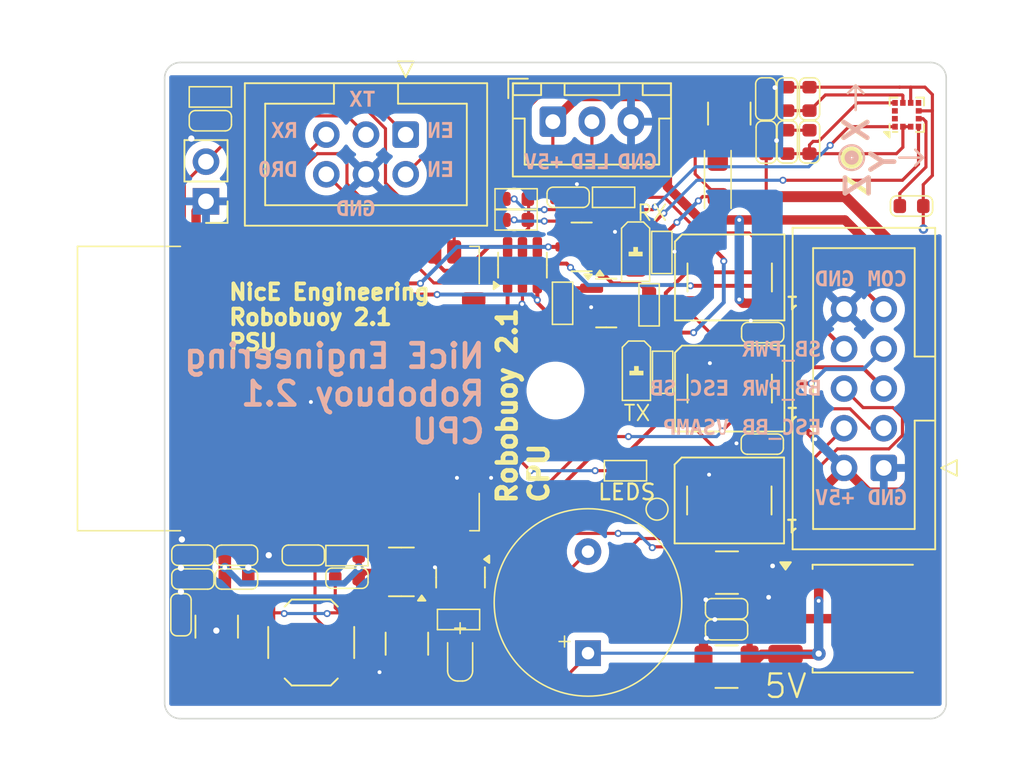
<source format=kicad_pcb>
(kicad_pcb (version 20241229) (generator "pcbnew") (generator_version "9.0")
  (title_block (title "Bottom V2.0 Round") (date "2025-03-14") (rev "2.0") (company "NicE Engineering"))
  (layers (0 "F.Cu" signal) (4 "In1.Cu" signal) (6 "In2.Cu" signal) (2 "B.Cu" signal) (13 "F.Paste" user) (15 "B.Paste" user) (5 "F.SilkS" user "F.Silkscreen") (7 "B.SilkS" user "B.Silkscreen") (1 "F.Mask" user) (3 "B.Mask" user) (25 "Edge.Cuts" user))
  (net 0 "")
  (net 1 "GND")
  (net 2 "VSAMP")
  (net 3 "+5V")
  (net 4 "COMM")
  (net 5 "ESC_SB_PWR")
  (net 6 "ESC_BB_PWR")
  (net 7 "ESC_BB")
  (net 8 "ESC_SB")
  (net 9 "ON")
  (net 10 "+3.3V")
  (net 11 "EN")
  (net 12 "SWITCH")
  (net 13 "LEDS")
  (net 14 "TX")
  (net 15 "RX")
  (net 16 "DR0")
  (net 17 "BUZZER")
  (net 18 "Net-(Q101-G)")
  (net 19 "Net-(J103-Pin_2)")
  (net 20 "Net-(U102-VDD)")
  (net 21 "Net-(U102-C1)")
  (net 22 "Net-(U101-SDA{slash}GPIO21)")
  (net 23 "Net-(D103-DOUT)")
  (net 24 "Net-(D102-DOUT)")
  (net 25 "Net-(U101-SCL{slash}GPIO22)")
  (net 29 "Net-(BZ101--)")
  (net 30 "Net-(D101-DIN)")
  (net 31 "Net-(D101-DOUT)")
  (net 46 "Net-(D105-A)")
  (net 47 "RX_SUB")
  (net 50 "TX_SUB")
  (net 51 "Net-(D108-A)")
  (net 52 "Net-(Q102-B)")
  (net 53 "Net-(Q117-B)")
  (footprint "Package_TO_SOT_SMD:SOT-23-6" (layer "F.Cu") (at 111.7018 60.3736 90)
    (property "Reference" "U105" (hide yes))
    (property "Value" "USBLC6-4SC6")
  )
  (footprint "A_Device:C_0603" (layer "F.Cu") (at 130.0642 49.731 -90)
    (property "Reference" "C124" (hide yes))
    (property "Value" "1n")
  )
  (footprint "A_Device:C_0603" (layer "F.Cu") (at 130.0642 52.4876 -90)
    (property "Reference" "C123" (hide yes))
    (property "Value" "1n")
  )
  (footprint "A_Device:C_0603" (layer "F.Cu") (at 100.475 80.4142)
    (property "Reference" "C112" (hide yes))
    (property "Value" "10n")
  )
  (footprint "A_Device:C_0603" (layer "F.Cu") (at 93.412 80.465)
    (property "Reference" "C107" (hide yes))
    (property "Value" "100n")
  )
  (footprint "A_Device:C_0603" (layer "F.Cu") (at 91.7356 51.128 180)
    (property "Reference" "C101" (hide yes))
    (property "Value" "100n")
  )
  (footprint "LED_SMD:LED_WS2812B_PLCC4_5.0x5.0mm_P3.2mm" (layer "F.Cu") (at 124.9588 68.273 180)
    (property "Reference" "D102" (hide yes))
    (property "Value" "WS2812B")
  )
  (footprint "A_Device:R_0603" (layer "F.Cu") (at 118.2924 73.5308 180)
    (property "Reference" "R106" (hide yes))
    (property "Value" "100")
  )
  (footprint "Package_TO_SOT_SMD:TO-252-3_TabPin2" (layer "F.Cu") (at 133.5712 83.0013)
    (property "Reference" "U104" (hide yes))
    (property "Value" "LM1117DT-3.3")
  )
  (footprint "Package_TO_SOT_SMD:SOT-23" (layer "F.Cu") (at 107.7394 80.3611 -90)
    (property "Reference" "Q101" (hide yes))
    (property "Value" "AO3400A")
  )
  (footprint "A_Device:C_0603" (layer "F.Cu") (at 127.0434 71.829 180)
    (property "Reference" "C109" (hide yes))
    (property "Value" "100n")
  )
  (footprint "MountingHole:MountingHole_3.2mm_M3" (layer "F.Cu") (at 113.81 68.4)
    (property "Reference" "H101" (hide yes))
    (property "Value" "MountingHole")
  )
  (footprint "A_Passive:LED_0805" (layer "F.Cu") (at 118.9408 59.51 -90)
    (property "Reference" "D105" (hide yes))
    (property "Value" "RX")
  )
  (footprint "A_Device:C_0603" (layer "F.Cu") (at 89.856 82.751 90)
    (property "Reference" "C108" (hide yes))
    (property "Value" "100n")
  )
  (footprint "A_Device:R_0603" (layer "F.Cu") (at 120.668 67.2316 90)
    (property "Reference" "R107" (hide yes))
    (property "Value" "10K")
  )
  (footprint "A_Device:R_0603" (layer "F.Cu") (at 114.2672 62.812 -90)
    (property "Reference" "R111" (hide yes))
    (property "Value" "10K")
  )
  (footprint "A_Device:C_0603" (layer "F.Cu") (at 97.681 78.941)
    (property "Reference" "C125" (hide yes))
    (property "Value" "1n")
  )
  (footprint "A_Device:D_SOD-323_1.8x1.4x1.15" (layer "F.Cu") (at 107.714 85.4434 90)
    (property "Reference" "D104" (hide yes))
    (property "Value" "1N4148WS")
  )
  (footprint "A_Device:C_0603" (layer "F.Cu") (at 128.6418 49.731 -90)
    (property "Reference" "C115" (hide yes))
    (property "Value" "10n")
  )
  (footprint "A_Device:C_0603" (layer "F.Cu") (at 127.0688 64.6916 180)
    (property "Reference" "C110" (hide yes))
    (property "Value" "100n")
  )
  (footprint "A_Device:R_0603" (layer "F.Cu") (at 107.6124 83.0558 180)
    (property "Reference" "R102" (hide yes))
    (property "Value" "100")
  )
  (footprint "A_Device:C_0603" (layer "F.Cu") (at 136.592 56.589)
    (property "Reference" "C116" (hide yes))
    (property "Value" "100n")
  )
  (footprint "A_Device:C_0603" (layer "F.Cu") (at 124.7574 82.3663 180)
    (property "Reference" "C120" (hide yes))
    (property "Value" "100n")
  )
  (footprint "A_Pads_Pins:Testpad_1" (layer "F.Cu") (at 120.3106 75.9946)
    (property "Reference" "TP101" (hide yes))
    (property "Value" "LEDS")
  )
  (footprint "Connector_IDC:IDC-Header_2x03_P2.54mm_Vertical" (layer "F.Cu") (at 104.2324 52.017 -90)
    (property "Reference" "J101" (hide yes))
    (property "Value" "Prog")
  )
  (footprint "A_Device:R_0603" (layer "F.Cu") (at 120.6172 59.5608 90)
    (property "Reference" "R110" (hide yes))
    (property "Value" "10K")
  )
  (footprint "LED_SMD:LED_WS2812B_PLCC4_5.0x5.0mm_P3.2mm" (layer "F.Cu") (at 124.9352 75.4358 180)
    (property "Reference" "D101" (hide yes))
    (property "Value" "WS2812B")
  )
  (footprint "A_Device:C_0603" (layer "F.Cu") (at 93.412 78.941)
    (property "Reference" "C103" (hide yes))
    (property "Value" "100n")
  )
  (footprint "A_Device:C_0603" (layer "F.Cu") (at 90.618 78.941 180)
    (property "Reference" "C102" (hide yes))
    (property "Value" "100n")
  )
  (footprint "A_Device:R_0603" (layer "F.Cu") (at 100.475 78.9664 180)
    (property "Reference" "R105" (hide yes))
    (property "Value" "10K")
  )
  (footprint "A_Passive:LED_0805" (layer "F.Cu") (at 118.9912 67.13 -90)
    (property "Reference" "D108" (hide yes))
    (property "Value" "TX")
  )
  (footprint "Connector_IDC:IDC-Header_2x05_P2.54mm_Vertical" (layer "F.Cu") (at 134.814 73.353 180)
    (property "Reference" "J108" (hide yes))
    (property "Value" "TO PSU")
  )
  (footprint "Capacitor_SMD:C_1210_3225Metric" (layer "F.Cu") (at 124.9334 50.6708 90)
    (property "Reference" "C114" (hide yes))
    (property "Value" "100u/10V")
  )
  (footprint "A_Device:C_0603" (layer "F.Cu") (at 90.618 80.465 180)
    (property "Reference" "C104" (hide yes))
    (property "Value" "100n")
  )
  (footprint "A_Device:R_0603" (layer "F.Cu") (at 117.5318 56.0302)
    (property "Reference" "R108" (hide yes))
    (property "Value" "100")
  )
  (footprint "A_Device:R_0603" (layer "F.Cu") (at 119.8044 62.9136 90)
    (property "Reference" "R109" (hide yes))
    (property "Value" "10K")
  )
  (footprint "A_Device:C_0603" (layer "F.Cu") (at 127.2702 49.731 90)
    (property "Reference" "C113" (hide yes))
    (property "Value" "100n")
  )
  (footprint "Package_TO_SOT_SMD:SOT-23" (layer "F.Cu") (at 115.4864 59.2052 180)
    (property "Reference" "Q102" (hide yes))
    (property "Value" "MMBT3904")
  )
  (footprint "A_Device:R_0603" (layer "F.Cu") (at 91.7356 49.604 180)
    (property "Reference" "R101" (hide yes))
    (property "Value" "10K")
  )
  (footprint "Connector_JST:JST_XH_B3B-XH-A_1x03_P2.50mm_Vertical" (layer "F.Cu") (at 113.645 51.1872)
    (property "Reference" "J103" (hide yes))
    (property "Value" "ESC_BB")
  )
  (footprint "A_Device:C_0603" (layer "F.Cu") (at 128.6418 52.4862 -90)
    (property "Reference" "C122" (hide yes))
    (property "Value" "10n")
  )
  (footprint "LED_SMD:LED_WS2812B_PLCC4_5.0x5.0mm_P3.2mm" (layer "F.Cu") (at 124.9588 61.161 180)
    (property "Reference" "D103" (hide yes))
    (property "Value" "WS2812B")
  )
  (footprint "A_Device:C_0603" (layer "F.Cu") (at 124.7574 83.7125 180)
    (property "Reference" "C118" (hide yes))
    (property "Value" "100n")
  )
  (footprint "A_Device:L_0805_(1.2)" (layer "F.Cu") (at 124.1968 54.8872 90)
    (property "Reference" "FB101" (hide yes))
    (property "Value" "0.3E 240E@100MHz")
  )
  (footprint "Capacitor_SMD:C_1210_3225Metric" (layer "F.Cu") (at 104.3086 84.6052 -90)
    (property "Reference" "C106" (hide yes))
    (property "Value" "100u/10V")
  )
  (footprint "A_Device:C_0603" (layer "F.Cu") (at 114.6228 56.0302)
    (property "Reference" "C111" (hide yes))
    (property "Value" "100n")
  )
  (footprint "Connector_PinHeader_2.54mm:PinHeader_1x02_P2.54mm_Vertical" (layer "F.Cu") (at 91.4562 56.2892 180)
    (property "Reference" "SW101" (hide yes))
    (property "Value" "~{RESET}")
  )
  (footprint "A_Device:C_0603" (layer "F.Cu") (at 127.2956 52.4996 90)
    (property "Reference" "C121" (hide yes))
    (property "Value" "100n")
  )
  (footprint "Button_Switch_SMD:SW_SPST_TL3342" (layer "F.Cu") (at 98.1872 84.529 180)
    (property "Reference" "SW102" (hide yes))
    (property "Value" "MODE")
  )
  (footprint "A_Device:R_0603" (layer "F.Cu") (at 111.2954 56.1318 180)
    (property "Reference" "R104" (hide yes))
    (property "Value" "2.2k")
  )
  (footprint "Capacitor_SMD:C_1210_3225Metric" (layer "F.Cu") (at 124.7828 80.0549 180)
    (property "Reference" "C119" (hide yes))
    (property "Value" "100u/10V")
  )
  (footprint "Capacitor_SMD:C_1210_3225Metric" (layer "F.Cu") (at 124.7574 86.0747 180)
    (property "Reference" "C117" (hide yes))
    (property "Value" "100u/10V")
  )
  (footprint "A_Device:R_0603" (layer "F.Cu") (at 111.2954 57.478 180)
    (property "Reference" "R103" (hide yes))
    (property "Value" "2.2k")
  )
  (footprint "Package_TO_SOT_SMD:SOT-23-6" (layer "F.Cu") (at 103.9548 80.0078 180)
    (property "Reference" "U103" (hide yes))
    (property "Value" "USBLC6-4SC6")
  )
  (footprint "A_Module:ESP32-WROOM-32" (layer "F.Cu") (at 96.079 68.273)
    (property "Reference" "U101" (hide yes))
    (property "Value" "ESP32-WROOM-32E_(visible_peripherals)")
  )
  (footprint "A_Misc:Buzzer-12x6.5x5.2" (layer "F.Cu") (at 115.8928 81.9636 90)
    (property "Reference" "BZ101" (hide yes))
    (property "Value" "Buzzer")
  )
  (footprint "Capacitor_SMD:C_1210_3225Metric" (layer "F.Cu") (at 92.142 83.513 -90)
    (property "Reference" "C105" (hide yes))
    (property "Value" "100u/10V")
  )
  (footprint "Package_LGA:LGA-12_2x2mm_P0.5mm" (layer "F.Cu") (at 136.2872 50.747 90)
    (property "Reference" "U102" (hide yes))
    (property "Value" "LSM303AGRTR")
  )
  (footprint "Package_TO_SOT_SMD:SOT-23" (layer "F.Cu") (at 117.0612 62.7979)
    (property "Reference" "Q117" (hide yes))
    (property "Value" "MMBT3904")
  )
  (gr_line (start 137.3336 53.4902) (end 136.8256 52.9822) (stroke (width 0.15)) (layer "F.SilkS"))
  (gr_line (start 133.0156 48.8674) (end 133.5236 49.3754) (stroke (width 0.15)) (layer "F.SilkS"))
  (gr_circle (center 132.7616 53.4902) (end 132.7616 53.2902) (stroke (width 0.5)) (fill no) (layer "F.SilkS"))
  (gr_line (start 133.0156 48.8674) (end 132.5076 49.3754) (stroke (width 0.15)) (layer "F.SilkS"))
  (gr_line (start 137.3336 53.4902) (end 136.8256 53.9982) (stroke (width 0.15)) (layer "F.SilkS"))
  (gr_line (start 133.0156 50.4422) (end 133.0156 48.9182) (stroke (width 0.15)) (layer "F.SilkS"))
  (gr_line (start 135.8096 53.4902) (end 137.3336 53.4902) (stroke (width 0.15)) (layer "F.SilkS"))
  (gr_line (start 133.0156 48.8674) (end 133.5236 49.3754) (stroke (width 0.15)) (layer "B.SilkS"))
  (gr_line (start 133.0156 50.4422) (end 133.0156 48.9182) (stroke (width 0.15)) (layer "B.SilkS"))
  (gr_circle (center 132.7616 53.4902) (end 132.5076 53.4902) (stroke (width 0.4)) (fill no) (layer "B.SilkS"))
  (gr_line (start 137.3336 53.4902) (end 136.8256 52.9822) (stroke (width 0.15)) (layer "B.SilkS"))
  (gr_line (start 133.0156 48.8674) (end 132.5076 49.3754) (stroke (width 0.15)) (layer "B.SilkS"))
  (gr_line (start 137.3336 53.4902) (end 136.8256 53.9982) (stroke (width 0.15)) (layer "B.SilkS"))
  (gr_line (start 135.8096 53.4902) (end 137.3336 53.4902) (stroke (width 0.15)) (layer "B.SilkS"))
  (gr_circle (center 132.7616 53.4902) (end 133.2696 54.097453) (stroke (width 0.15)) (fill no) (layer "B.SilkS"))
  (gr_line (start 88.81 48.4) (end 88.81 88.4) (stroke (width 0.1)) (layer "Edge.Cuts"))
  (gr_arc (start 137.81 47.4) (mid 138.517107 47.692893) (end 138.81 48.4) (stroke (width 0.1)) (layer "Edge.Cuts"))
  (gr_arc (start 89.81 89.4) (mid 89.102893 89.107107) (end 88.81 88.4) (stroke (width 0.1)) (layer "Edge.Cuts"))
  (gr_line (start 89.81 89.4) (end 137.81 89.4) (stroke (width 0.1)) (layer "Edge.Cuts"))
  (gr_arc (start 138.81 88.4) (mid 138.517107 89.107107) (end 137.81 89.4) (stroke (width 0.1)) (layer "Edge.Cuts"))
  (gr_line (start 138.81 88.4) (end 138.81 48.4) (stroke (width 0.1)) (layer "Edge.Cuts"))
  (gr_line (start 137.81 47.4) (end 89.81 47.4) (stroke (width 0.1)) (layer "Edge.Cuts"))
  (gr_arc (start 88.81 48.4) (mid 89.102893 47.692893) (end 89.81 47.4) (stroke (width 0.1)) (layer "Edge.Cuts"))
  (gr_text "Robobuoy 2.1" (at 111.4224 75.766 90) (layer "F.SilkS") (effects (font (size 1.2 1.2) (thickness 0.3) (bold yes)) (justify left bottom)))
  (gr_text "Y" (at 134.7904 53.7442 90) (layer "F.SilkS") (effects (font (size 1.5 1.5) (thickness 0.3) (bold yes))))
  (gr_text "TX" (at 118.0912 70.432 0) (layer "F.SilkS") (effects (font (size 1 1) (thickness 0.12)) (justify left bottom)))
  (gr_text "RX" (at 118.9408 57.61 0) (layer "F.SilkS") (effects (font (size 1 1) (thickness 0.12)) (justify left bottom)))
  (gr_text "NicE Engineering\nRobobuoy 2.1\nPSU" (at 92.81 65.9 0) (layer "F.SilkS") (effects (font (size 1 1) (thickness 0.25) (bold yes)) (justify left bottom)))
  (gr_text "CPU" (at 113.4544 75.7152 90) (layer "F.SilkS") (effects (font (size 1.2 1.2) (thickness 0.3) (bold yes)) (justify left bottom)))
  (gr_text "5V" (at 128.542 87.323 0) (layer "F.SilkS") (effects (font (size 1.5 1.5))))
  (gr_text "X" (at 132.9108 51.7122 270) (layer "F.SilkS") (effects (font (size 1.5 1.5) (thickness 0.3) (bold yes))))
  (gr_text "Z" (at 133.0124 55.2682 270) (layer "F.SilkS") (effects (font (size 1.5 1.5) (thickness 0.3) (bold yes))))
  (gr_text "GND" (at 120.31 54.4 0) (layer "B.SilkS") (effects (font (size 1 1) (thickness 0.25) (bold yes)) (justify left bottom mirror)))
  (gr_text "Y" (at 134.7936 53.7442 90) (layer "B.SilkS") (effects (font (size 1.5 1.5) (thickness 0.3) (bold yes)) (justify mirror)))
  (gr_text "COM GND\n" (at 136.31 61.9 0) (layer "B.SilkS") (effects (font (size 1 1) (thickness 0.25) (bold yes)) (justify left bottom mirror)))
  (gr_text "LED" (at 117.31 54.4 0) (layer "B.SilkS") (effects (font (size 1 1) (thickness 0.25) (bold yes)) (justify left bottom mirror)))
  (gr_text "TX" (at 102.31 50.4 0) (layer "B.SilkS") (effects (font (size 1 1) (thickness 0.25) (bold yes)) (justify left bottom mirror)))
  (gr_text "X" (at 132.9362 51.7122 270) (layer "B.SilkS") (effects (font (size 1.5 1.5) (thickness 0.3) (bold yes)) (justify mirror)))
  (gr_text "BB_PWR ESC_SB" (at 130.81 68.9 0) (layer "B.SilkS") (effects (font (size 1 1) (thickness 0.25) (bold yes)) (justify left bottom mirror)))
  (gr_text "SB_PWR\n" (at 130.81 66.4 0) (layer "B.SilkS") (effects (font (size 1 1) (thickness 0.25) (bold yes)) (justify left bottom mirror)))
  (gr_text "Z" (at 133.0156 55.2682 270) (layer "B.SilkS") (effects (font (size 1.5 1.5) (thickness 0.3) (bold yes)) (justify mirror)))
  (gr_text "EN" (at 107.31 52.4 0) (layer "B.SilkS") (effects (font (size 1 1) (thickness 0.25) (bold yes)) (justify left bottom mirror)))
  (gr_text "GND" (at 102.31 57.4 0) (layer "B.SilkS") (effects (font (size 1 1) (thickness 0.25) (bold yes)) (justify left bottom mirror)))
  (gr_text "GND +5V\n" (at 136.31 75.9 0) (layer "B.SilkS") (effects (font (size 1 1) (thickness 0.25) (bold yes)) (justify left bottom mirror)))
  (gr_text "NicE Engineering\nRobobuoy 2.1\nCPU" (at 109.4394 71.9 0) (layer "B.SilkS") (effects (font (size 1.5 1.5) (thickness 0.3) (bold yes)) (justify left bottom mirror)))
  (gr_text "ESC_BB VSAMP" (at 130.81 71.4 0) (layer "B.SilkS") (effects (font (size 1 1) (thickness 0.25) (bold yes)) (justify left bottom mirror)))
  (gr_text "DR0" (at 97.31 54.9 0) (layer "B.SilkS") (effects (font (size 1 1) (thickness 0.25) (bold yes)) (justify left bottom mirror)))
  (gr_text "EN" (at 107.31 54.9 0) (layer "B.SilkS") (effects (font (size 1 1) (thickness 0.25) (bold yes)) (justify left bottom mirror)))
  (gr_text "RX" (at 97.31 52.4 0) (layer "B.SilkS") (effects (font (size 1 1) (thickness 0.25) (bold yes)) (justify left bottom mirror)))
  (gr_text "+5V" (at 114.31 54.4 0) (layer "B.SilkS") (effects (font (size 1 1) (thickness 0.25) (bold yes)) (justify left bottom mirror)))
  (segment (start 90.9856 51.128) (end 90.9856 51.8036) (width 0.2) (layer "F.Cu") (net 1))
  (segment (start 136.5412 48.981) (end 135.83 48.981) (width 0.2) (layer "F.Cu") (net 1))
  (segment (start 136.5372 48.985) (end 136.5412 48.981) (width 0.2) (layer "F.Cu") (net 1))
  (segment (start 123.3078 80.0549) (end 123.3078 81.6667) (width 0.6) (layer "F.Cu") (net 1))
  (segment (start 90.822 77.023) (end 89.9143 77.9307) (width 0.8) (layer "F.Cu") (net 1))
  (segment (start 137.342 58.0502) (end 137.354 58.0622) (width 0.2) (layer "F.Cu") (net 1))
  (segment (start 128.5312 80.4542) (end 127.7038 79.6268) (width 0.6) (layer "F.Cu") (net 1))
  (segment (start 137.925 50.493) (end 137.925 49.4516) (width 0.2) (layer "F.Cu") (net 1))
  (segment (start 92.142 83.7906) (end 92.1184 83.767) (width 0.8) (layer "F.Cu") (net 1))
  (segment (start 130.0628 51.7362) (end 130.0642 51.7376) (width 0.2) (layer "F.Cu") (net 1))
  (segment (start 123.46615 84.25375) (end 124.0074 83.7125) (width 0.6) (layer "F.Cu") (net 1))
  (segment (start 108.582 73.988) (end 107.5108 73.988) (width 0.2) (layer "F.Cu") (net 1))
  (segment (start 128.6178 51.7362) (end 127.956 52.398) (width 0.2) (layer "F.Cu") (net 1))
  (segment (start 127.676 49.007) (end 127.8544 49.007) (width 0.2) (layer "F.Cu") (net 1))
  (segment (start 116.4239 58.2552) (end 117.6048 58.2552) (width 0.25) (layer "F.Cu") (net 1))
  (segment (start 94.162 78.941) (end 95.4712 78.941) (width 0.8) (layer "F.Cu") (net 1))
  (segment (start 95.0372 86.429) (end 92.5706 86.429) (width 0.2) (layer "F.Cu") (net 1))
  (segment (start 129.988 48.981) (end 128.6298 48.981) (width 0.2) (layer "F.Cu") (net 1))
  (segment (start 92.1438 86.0022) (end 92.1438 84.9898) (width 0.2) (layer "F.Cu") (net 1))
  (segment (start 130.019 48.95) (end 129.988 48.981) (width 0.2) (layer "F.Cu") (net 1))
  (segment (start 128.5312 80.7213) (end 128.3619 80.7213) (width 0.6) (layer "F.Cu") (net 1))
  (segment (start 136.5372 49.9845) (end 136.5372 48.985) (width 0.2) (layer "F.Cu") (net 1))
  (segment (start 137.342 55.2174) (end 137.925 54.6344) (width 0.2) (layer "F.Cu") (net 1))
  (segment (start 102.5578 86.429) (end 101.3372 86.429) (width 0.2) (layer "F.Cu") (net 1))
  (segment (start 116.1237 63.0937) (end 116.096 63.066) (width 0.25) (layer "F.Cu") (net 1))
  (segment (start 89.856 81.2778) (end 89.856 82.001) (width 0.8) (layer "F.Cu") (net 1))
  (segment (start 128.6178 48.969) (end 127.8924 48.969) (width 0.2) (layer "F.Cu") (net 1))
  (segment (start 128.3619 80.7213) (end 127.4498 81.6334) (width 0.6) (layer "F.Cu") (net 1))
  (segment (start 128.6418 51.7362) (end 130.0628 51.7362) (width 0.2) (layer "F.Cu") (net 1))
  (segment (start 137.4544 48.981) (end 136.5412 48.981) (width 0.2) (layer "F.Cu") (net 1))
  (segment (start 115.3728 55.376574) (end 115.184913 55.188687) (width 0.2) (layer "F.Cu") (net 1))
  (segment (start 129.988 48.981) (end 135.83 48.981) (width 0.2) (layer "F.Cu") (net 1))
  (segment (start 122.5088 59.511) (end 121.431 59.511) (width 0.2) (layer "F.Cu") (net 1))
  (segment (start 124.0074 82.3663) (end 124.0074 83.0558) (width 0.6) (layer "F.Cu") (net 1))
  (segment (start 111.7018 61.5111) (end 111.7018 62.8374) (width 0.2) (layer "F.Cu") (net 1))
  (segment (start 127.2956 51.7242) (end 127.2956 51.7376) (width 0.2) (layer "F.Cu") (net 1))
  (segment (start 105.0923 80.0078) (end 105.809 80.0078) (width 0.2) (layer "F.Cu") (net 1))
  (segment (start 90.9856 51.8036) (end 90.5182 52.271) (width 0.2) (layer "F.Cu") (net 1))
  (segment (start 137.342 56.589) (end 137.342 58.0502) (width 0.2) (layer "F.Cu") (net 1))
  (segment (start 90.822 59.523) (end 90.822 56.9234) (width 0.6) (layer "F.Cu") (net 1))
  (segment (start 128.6418 51.7362) (end 128.6178 51.7362) (width 0.2) (layer "F.Cu") (net 1))
  (segment (start 127.2702 48.981) (end 125.1482 48.981) (width 0.2) (layer "F.Cu") (net 1))
  (segment (start 122.4852 73.7858) (end 123.6388 73.7858) (width 0.2) (layer "F.Cu") (net 1))
  (segment (start 121.431 59.511) (end 121.43 59.51) (width 0.2) (layer "F.Cu") (net 1))
  (segment (start 137.342 56.589) (end 137.342 55.2174) (width 0.2) (layer "F.Cu") (net 1))
  (segment (start 122.5088 66.623) (end 123.6662 66.623) (width 0.2) (layer "F.Cu") (net 1))
  (segment (start 92.1438 84.9898) (end 92.142 84.988) (width 0.2) (layer "F.Cu") (net 1))
  (segment (start 128.5312 80.7213) (end 128.5312 80.4542) (width 0.6) (layer "F.Cu") (net 1))
  (segment (start 105.809 80.0078) (end 106.1011 79.7157) (width 0.2) (layer "F.Cu") (net 1))
  (segment (start 103.9598 86.429) (end 102.5578 86.429) (width 0.2) (layer "F.Cu") (net 1))
  (segment (start 125.4432 71.829) (end 125.3924 71.7782) (width 0.2) (layer "F.Cu") (net 1))
  (segment (start 123.2824 84.4375) (end 123.46615 84.25375) (width 0.6) (layer "F.Cu") (net 1))
  (segment (start 123.3078 81.6667) (end 123.43175 81.79065) (width 0.6) (layer "F.Cu") (net 1))
  (segment (start 89.9143 77.9307) (end 89.856 77.989) (width 0.8) (layer "F.Cu") (net 1))
  (segment (start 92.5706 86.429) (end 92.1438 86.0022) (width 0.2) (layer "F.Cu") (net 1))
  (segment (start 108.582 73.988) (end 109.6952 73.988) (width 0.2) (layer "F.Cu") (net 1))
  (segment (start 106.3932 79.4236) (end 106.7894 79.4236) (width 0.2) (layer "F.Cu") (net 1))
  (segment (start 123.43175 81.79065) (end 124.0074 82.3663) (width 0.6) (layer "F.Cu") (net 1))
  (segment (start 126.3188 64.6916) (end 126.3188 63.9416) (width 0.2) (layer "F.Cu") (net 1))
  (segment (start 137.921 50.497) (end 137.925 50.493) (width 0.2) (layer "F.Cu") (net 1))
  (segment (start 94.162 78.941) (end 94.162 79.7284) (width 0.8) (layer "F.Cu") (net 1))
  (segment (start 95.4712 78.941) (end 96.931 78.941) (width 0.8) (layer "F.Cu") (net 1))
  (segment (start 116.1237 63.7479) (end 116.1237 63.0937) (width 0.25) (layer "F.Cu") (net 1))
  (segment (start 137.925 49.4516) (end 137.4544 48.981) (width 0.2) (layer "F.Cu") (net 1))
  (segment (start 123.6388 73.7858) (end 123.6398 73.7848) (width 0.2) (layer "F.Cu") (net 1))
  (segment (start 125.1482 48.981) (end 124.9334 49.1958) (width 0.2) (layer "F.Cu") (net 1))
  (segment (start 124.0074 83.0558) (end 124.0074 83.7125) (width 0.6) (layer "F.Cu") (net 1))
  (segment (start 117.6048 58.2552) (end 117.62 58.24) (width 0.25) (layer "F.Cu") (net 1))
  (segment (start 89.856 77.989) (end 89.856 79.7538) (width 0.8) (layer "F.Cu") (net 1))
  (segment (start 89.856 79.7538) (end 89.856 81.2778) (width 0.8) (layer "F.Cu") (net 1))
  (segment (start 127.8924 48.969) (end 127.8544 49.007) (width 0.2) (layer "F.Cu") (net 1))
  (segment (start 92.142 84.988) (end 92.142 83.7906) (width 0.8) (layer "F.Cu") (net 1))
  (segment (start 126.2934 71.829) (end 125.4432 71.829) (width 0.2) (layer "F.Cu") (net 1))
  (segment (start 128.6298 48.981) (end 128.6178 48.969) (width 0.2) (layer "F.Cu") (net 1))
  (segment (start 106.1011 79.7157) (end 106.3932 79.4236) (width 0.2) (layer "F.Cu") (net 1))
  (segment (start 123.2824 86.0747) (end 123.2824 84.4375) (width 0.6) (layer "F.Cu") (net 1))
  (segment (start 137.925 54.6344) (end 137.925 50.493) (width 0.2) (layer "F.Cu") (net 1))
  (segment (start 135.826 48.985) (end 135.83 48.981) (width 0.2) (layer "F.Cu") (net 1))
  (segment (start 137.0497 50.497) (end 137.921 50.497) (width 0.2) (layer "F.Cu") (net 1))
  (segment (start 127.2956 51.7376) (end 127.956 52.398) (width 0.2) (layer "F.Cu") (net 1))
  (segment (start 123.6662 66.623) (end 123.6906 66.6474) (width 0.2) (layer "F.Cu") (net 1))
  (segment (start 94.162 79.7284) (end 94.162 80.465) (width 0.8) (layer "F.Cu") (net 1))
  (segment (start 111.7018 62.8374) (end 111.6764 62.8628) (width 0.2) (layer "F.Cu") (net 1))
  (segment (start 115.3728 56.0302) (end 115.3728 55.376574) (width 0.2) (layer "F.Cu") (net 1))
  (segment (start 90.822 56.9234) (end 91.4562 56.2892) (width 0.6) (layer "F.Cu") (net 1))
  (segment (start 104.3086 86.0802) (end 103.9598 86.429) (width 0.2) (layer "F.Cu") (net 1))
  (segment (start 126.3188 63.9416) (end 126.3068 63.9296) (width 0.2) (layer "F.Cu") (net 1))
  (via (at 123.6398 73.7848) (size 0.45) (drill 0.25) (layers "F.Cu" "B.Cu") (net 1))
  (via (at 127.4498 81.6334) (size 0.6) (drill 0.3) (layers "F.Cu" "B.Cu") (net 1))
  (via (at 106.1011 79.7157) (size 0.45) (drill 0.25) (layers "F.Cu" "B.Cu") (net 1))
  (via (at 89.856 81.2778) (size 0.8) (drill 0.4) (layers "F.Cu" "B.Cu") (net 1))
  (via (at 127.7038 79.6268) (size 0.6) (drill 0.3) (layers "F.Cu" "B.Cu") (net 1))
  (via (at 102.5578 86.429) (size 0.45) (drill 0.25) (layers "F.Cu" "B.Cu") (net 1))
  (via (at 90.5182 52.271) (size 0.8) (drill 0.4) (layers "F.Cu" "B.Cu") (net 1))
  (via (at 107.5108 73.988) (size 0.45) (drill 0.25) (layers "F.Cu" "B.Cu") (net 1))
  (via (at 123.46615 84.25375) (size 0.6) (drill 0.3) (layers "F.Cu" "B.Cu") (net 1))
  (via (at 116.096 63.066) (size 0.45) (drill 0.25) (layers "F.Cu" "B.Cu") (net 1))
  (via (at 92.1184 83.767) (size 0.8) (drill 0.4) (layers "F.Cu" "B.Cu") (net 1))
  (via (at 124.0074 83.0558) (size 0.6) (drill 0.3) (layers "F.Cu" "B.Cu") (net 1))
  (via (at 95.4712 78.941) (size 0.8) (drill 0.4) (layers "F.Cu" "B.Cu") (net 1))
  (via (at 89.856 79.7538) (size 0.8) (drill 0.4) (layers "F.Cu" "B.Cu") (net 1))
  (via (at 125.3924 71.7782) (size 0.45) (drill 0.25) (layers "F.Cu" "B.Cu") (net 1))
  (via (at 127.8544 49.007) (size 0.6) (drill 0.3) (layers "F.Cu" "B.Cu") (net 1))
  (via (at 89.9143 77.9307) (size 0.8) (drill 0.4) (layers "F.Cu" "B.Cu") (net 1))
  (via (at 123.6906 66.6474) (size 0.45) (drill 0.25) (layers "F.Cu" "B.Cu") (net 1))
  (via (at 127.956 52.398) (size 0.6) (drill 0.3) (layers "F.Cu" "B.Cu") (net 1))
  (via (at 111.6764 62.8628) (size 0.45) (drill 0.25) (layers "F.Cu" "B.Cu") (net 1))
  (via (at 126.3068 63.9296) (size 0.45) (drill 0.25) (layers "F.Cu" "B.Cu") (net 1))
  (via (at 98.167 69.133) (size 0.45) (drill 0.25) (layers "F.Cu" "B.Cu") (net 1))
  (via (at 137.354 58.0622) (size 0.6) (drill 0.3) (layers "F.Cu" "B.Cu") (net 1))
  (via (at 115.184913 55.188687) (size 0.45) (drill 0.25) (layers "F.Cu" "B.Cu") (net 1))
  (via (at 94.162 79.7284) (size 0.8) (drill 0.4) (layers "F.Cu" "B.Cu") (net 1))
  (via (at 123.43175 81.79065) (size 0.6) (drill 0.3) (layers "F.Cu" "B.Cu") (net 1))
  (via (at 121.43 59.51) (size 0.45) (drill 0.25) (layers "F.Cu" "B.Cu") (net 1))
  (via (at 117.62 58.24) (size 0.45) (drill 0.25) (layers "F.Cu" "B.Cu") (net 1))
  (via (at 109.6952 73.988) (size 0.45) (drill 0.25) (layers "F.Cu" "B.Cu") (net 1))
  (segment (start 119.1694 77.8742) (end 112.0492 84.9944) (width 0.2) (layer "F.Cu") (net 2))
  (segment (start 106.0884 82.497) (end 106.0884 84.9944) (width 0.2) (layer "F.Cu") (net 2))
  (segment (start 98.442 78.93) (end 98.431 78.941) (width 0.2) (layer "F.Cu") (net 2))
  (segment (start 98.431 78.941) (end 98.431 82.9422) (width 0.2) (layer "F.Cu") (net 2))
  (segment (start 105.0923 80.9578) (end 105.0923 81.5009) (width 0.2) (layer "F.Cu") (net 2))
  (segment (start 98.431 82.9422) (end 100.4832 84.9944) (width 0.2) (layer "F.Cu") (net 2))
  (segment (start 132.274 70.813) (end 127.4988 75.5882) (width 0.2) (layer "F.Cu") (net 2))
  (segment (start 112.0492 84.9944) (end 106.0884 84.9944) (width 0.2) (layer "F.Cu") (net 2))
  (segment (start 100.4832 84.9944) (end 106.0884 84.9944) (width 0.2) (layer "F.Cu") (net 2))
  (segment (start 123.7414 77.8742) (end 119.1694 77.8742) (width 0.2) (layer "F.Cu") (net 2))
  (segment (start 126.0274 75.5882) (end 123.7414 77.8742) (width 0.2) (layer "F.Cu") (net 2))
  (segment (start 127.4988 75.5882) (end 126.0274 75.5882) (width 0.2) (layer "F.Cu") (net 2))
  (segment (start 105.0923 81.5009) (end 106.0884 82.497) (width 0.2) (layer "F.Cu") (net 2))
  (segment (start 98.442 77.023) (end 98.442 78.93) (width 0.2) (layer "F.Cu") (net 2))
  (segment (start 113.6492 51.1872) (end 113.645 51.1872) (width 0.6) (layer "F.Cu") (net 3))
  (segment (start 127.3852 77.0858) (end 130.6492 77.0858) (width 0.4) (layer "F.Cu") (net 3))
  (segment (start 123.1064 57.478) (end 120.9728 55.3444) (width 0.6) (layer "F.Cu") (net 3))
  (segment (start 130.6502 81.862) (end 130.6502 77.0868) (width 0.6) (layer "F.Cu") (net 3))
  (segment (start 120.9728 55.3444) (end 120.9728 51.0264) (width 0.6) (layer "F.Cu") (net 3))
  (segment (start 132.274 73.353) (end 132.274 73.3548) (width 0.6) (layer "F.Cu") (net 3))
  (segment (start 115.8928 85.2136) (end 115.8928 85.3164) (width 0.2) (layer "F.Cu") (net 3))
  (segment (start 136.8224 61.9738) (end 132.3266 57.478) (width 0.6) (layer "F.Cu") (net 3))
  (segment (start 132.274 73.353) (end 133.8234 74.9024) (width 0.6) (layer "F.Cu") (net 3))
  (segment (start 113.645 55.8024) (end 113.8728 56.0302) (width 0.2) (layer "F.Cu") (net 3))
  (segment (start 128.5312 85.2813) (end 127.0258 85.2813) (width 0.6) (layer "F.Cu") (net 3))
  (segment (start 127.4088 69.923) (end 127.4088 71.4444) (width 0.2) (layer "F.Cu") (net 3))
  (segment (start 127.4088 71.4444) (end 127.7934 71.829) (width 0.2) (layer "F.Cu") (net 3))
  (segment (start 115.8928 85.3164) (end 114.7158 86.4934) (width 0.2) (layer "F.Cu") (net 3))
  (segment (start 125.5702 57.478) (end 123.1064 57.478) (width 0.6) (layer "F.Cu") (net 3))
  (segment (start 113.645 51.1872) (end 113.645 55.8024) (width 0.2) (layer "F.Cu") (net 3))
  (segment (start 127.0258 85.2813) (end 126.2324 86.0747) (width 0.6) (layer "F.Cu") (net 3))
  (segment (start 133.8234 74.9024) (end 135.908 74.9024) (width 0.6) (layer "F.Cu") (net 3))
  (segment (start 128.844 69.923) (end 130.4334 71.5124) (width 0.4) (layer "F.Cu") (net 3))
  (segment (start 120.9728 51.0264) (end 119.525 49.5786) (width 0.6) (layer "F.Cu") (net 3))
  (segment (start 135.908 74.9024) (end 136.8224 73.988) (width 0.6) (layer "F.Cu") (net 3))
  (segment (start 119.525 49.5786) (end 115.2578 49.5786) (width 0.6) (layer "F.Cu") (net 3))
  (segment (start 128.5312 85.2813) (end 130.6091 85.2813) (width 0.6) (layer "F.Cu") (net 3))
  (segment (start 127.4088 62.811) (end 127.4088 64.2816) (width 0.2) (layer "F.Cu") (net 3))
  (segment (start 126.2324 84.4375) (end 125.5074 83.7125) (width 0.4) (layer "F.Cu") (net 3))
  (segment (start 132.3266 57.478) (end 125.5702 57.478) (width 0.6) (layer "F.Cu") (net 3))
  (segment (start 115.2578 49.5786) (end 113.6492 51.1872) (width 0.6) (layer "F.Cu") (net 3))
  (segment (start 130.6091 85.2813) (end 130.6502 85.2402) (width 0.6) (layer "F.Cu") (net 3))
  (segment (start 126.2324 86.0747) (end 126.2324 84.4375) (width 0.4) (layer "F.Cu") (net 3))
  (segment (start 130.6492 77.0858) (end 130.6502 77.0868) (width 0.4) (layer "F.Cu") (net 3))
  (segment (start 127.4088 64.2816) (end 127.8188 64.6916) (width 0.2) (layer "F.Cu") (net 3))
  (segment (start 125.8086 62.811) (end 125.5702 62.5726) (width 0.6) (layer "F.Cu") (net 3))
  (segment (start 130.6502 74.9786) (end 130.6502 77.0868) (width 0.6) (layer "F.Cu") (net 3))
  (segment (start 127.4088 62.811) (end 125.8086 62.811) (width 0.6) (layer "F.Cu") (net 3))
  (segment (start 136.8224 73.988) (end 136.8224 61.9738) (width 0.6) (layer "F.Cu") (net 3))
  (segment (start 114.7158 86.4934) (end 107.714 86.4934) (width 0.2) (layer "F.Cu") (net 3))
  (segment (start 127.4088 69.923) (end 128.844 69.923) (width 0.4) (layer "F.Cu") (net 3))
  (segment (start 132.274 73.3548) (end 130.6502 74.9786) (width 0.6) (layer "F.Cu") (net 3))
  (via (at 130.6502 85.2402) (size 0.9) (drill 0.4) (layers "F.Cu" "B.Cu") (net 3))
  (via (at 125.5702 62.5726) (size 0.45) (drill 0.25) (layers "F.Cu" "B.Cu") (net 3))
  (via (at 130.6502 81.862) (size 0.45) (drill 0.25) (layers "F.Cu" "B.Cu") (net 3))
  (via (at 130.4334 71.5124) (size 0.45) (drill 0.25) (layers "F.Cu" "B.Cu") (net 3))
  (via (at 125.5702 57.478) (size 0.45) (drill 0.25) (layers "F.Cu" "B.Cu") (net 3))
  (segment (start 130.6236 85.2136) (end 130.6502 85.2402) (width 0.2) (layer "B.Cu") (net 3))
  (segment (start 115.8928 85.2136) (end 130.6236 85.2136) (width 0.2) (layer "B.Cu") (net 3))
  (segment (start 132.274 73.353) (end 130.4334 71.5124) (width 0.6) (layer "B.Cu") (net 3))
  (segment (start 130.6502 81.862) (end 130.6502 85.2402) (width 0.6) (layer "B.Cu") (net 3))
  (segment (start 125.5702 62.5726) (end 125.5702 57.478) (width 0.6) (layer "B.Cu") (net 3))
  (segment (start 134.814 63.193) (end 132.4518 60.8308) (width 0.25) (layer "F.Cu") (net 4))
  (segment (start 132.4518 60.8308) (end 122.192 60.8308) (width 0.25) (layer "F.Cu") (net 4))
  (segment (start 122.192 60.8308) (end 120.8712 62.1516) (width 0.25) (layer "F.Cu") (net 4))
  (segment (start 120.8712 63.1168) (end 120.3244 63.6636) (width 0.25) (layer "F.Cu") (net 4))
  (segment (start 117.9987 62.7979) (end 117.9987 63.3939) (width 0.25) (layer "F.Cu") (net 4))
  (segment (start 118.2684 63.6636) (end 119.8044 63.6636) (width 0.25) (layer "F.Cu") (net 4))
  (segment (start 117.9987 63.3939) (end 118.2684 63.6636) (width 0.25) (layer "F.Cu") (net 4))
  (segment (start 120.3244 63.6636) (end 119.8044 63.6636) (width 0.25) (layer "F.Cu") (net 4))
  (segment (start 120.8712 62.1516) (end 120.8712 63.1168) (width 0.25) (layer "F.Cu") (net 4))
  (segment (start 110.7209 59.2052) (end 109.5428 59.2052) (width 0.25) (layer "F.Cu") (net 5))
  (segment (start 128.2354 61.6944) (end 122.446 61.6944) (width 0.25) (layer "F.Cu") (net 5))
  (segment (start 114.5212 60.272) (end 110.9652 60.272) (width 0.25) (layer "F.Cu") (net 5))
  (segment (start 108.0188 60.7292) (end 106.698 60.7292) (width 0.25) (layer "F.Cu") (net 5))
  (segment (start 114.7752 60.526) (end 114.5212 60.272) (width 0.25) (layer "F.Cu") (net 5))
  (segment (start 110.7518 59.2361) (end 110.7209 59.2052) (width 0.25) (layer "F.Cu") (net 5))
  (segment (start 110.9652 60.272) (end 110.7518 60.0586) (width 0.25) (layer "F.Cu") (net 5))
  (segment (start 132.274 65.733) (end 128.2354 61.6944) (width 0.25) (layer "F.Cu") (net 5))
  (segment (start 106.698 60.7292) (end 106.062 60.0932) (width 0.25) (layer "F.Cu") (net 5))
  (segment (start 109.5428 59.2052) (end 108.0188 60.7292) (width 0.25) (layer "F.Cu") (net 5))
  (segment (start 110.7518 60.0586) (end 110.7518 59.2361) (width 0.25) (layer "F.Cu") (net 5))
  (segment (start 106.062 60.0932) (end 106.062 59.523) (width 0.25) (layer "F.Cu") (net 5))
  (via (at 114.7752 60.526) (size 0.45) (drill 0.25) (layers "F.Cu" "B.Cu") (net 5))
  (via (at 122.446 61.6944) (size 0.45) (drill 0.25) (layers "F.Cu" "B.Cu") (net 5))
  (segment (start 115.8928 61.6436) (end 122.3952 61.6436) (width 0.25) (layer "B.Cu") (net 5))
  (segment (start 122.3952 61.6436) (end 122.446 61.6944) (width 0.25) (layer "B.Cu") (net 5))
  (segment (start 114.7752 60.526) (end 115.8928 61.6436) (width 0.25) (layer "B.Cu") (net 5))
  (segment (start 120.812198 69.3724) (end 118.1352 69.3724) (width 0.25) (layer "F.Cu") (net 6))
  (segment (start 115.8727 64.8239) (end 112.1643 64.8239) (width 0.25) (layer "F.Cu") (net 6))
  (segment (start 104.792 59.523) (end 104.792 60.273) (width 0.2) (layer "F.Cu") (net 6))
  (segment (start 106.0301 61.5111) (end 110.7518 61.5111) (width 0.2) (layer "F.Cu") (net 6))
  (segment (start 134.814 68.273) (end 133.45 66.909) (width 0.25) (layer "F.Cu") (net 6))
  (segment (start 117.5184 66.4696) (end 115.8727 64.8239) (width 0.25) (layer "F.Cu") (net 6))
  (segment (start 128.738 67.4928) (end 122.691798 67.4928) (width 0.25) (layer "F.Cu") (net 6))
  (segment (start 122.691798 67.4928) (end 120.812198 69.3724) (width 0.25) (layer "F.Cu") (net 6))
  (segment (start 133.45 66.909) (end 129.3218 66.909) (width 0.25) (layer "F.Cu") (net 6))
  (segment (start 118.1352 69.3724) (end 117.5184 68.7556) (width 0.25) (layer "F.Cu") (net 6))
  (segment (start 112.1643 64.8239) (end 110.7518 63.4114) (width 0.25) (layer "F.Cu") (net 6))
  (segment (start 117.5184 68.7556) (end 117.5184 66.4696) (width 0.25) (layer "F.Cu") (net 6))
  (segment (start 104.792 60.273) (end 106.0301 61.5111) (width 0.2) (layer "F.Cu") (net 6))
  (segment (start 110.7518 63.4114) (end 110.7518 61.5111) (width 0.25) (layer "F.Cu") (net 6))
  (segment (start 129.3218 66.909) (end 128.738 67.4928) (width 0.25) (layer "F.Cu") (net 6))
  (segment (start 102.252 75.894) (end 103.1928 74.9532) (width 0.2) (layer "F.Cu") (net 7))
  (segment (start 103.1928 74.9532) (end 112.7432 74.9532) (width 0.2) (layer "F.Cu") (net 7))
  (segment (start 133.9014 70.813) (end 132.6568 69.5684) (width 0.2) (layer "F.Cu") (net 7))
  (segment (start 116.35 71.3464) (end 118.4836 71.3464) (width 0.2) (layer "F.Cu") (net 7))
  (segment (start 126.4846 68.9842) (end 124.478 70.9908) (width 0.2) (layer "F.Cu") (net 7))
  (segment (start 102.252 78.0002) (end 102.8173 78.5655) (width 0.2) (layer "F.Cu") (net 7))
  (segment (start 132.6568 69.5684) (end 130.4978 69.5684) (width 0.2) (layer "F.Cu") (net 7))
  (segment (start 129.9136 68.9842) (end 126.4846 68.9842) (width 0.2) (layer "F.Cu") (net 7))
  (segment (start 134.814 70.813) (end 133.9014 70.813) (width 0.2) (layer "F.Cu") (net 7))
  (segment (start 130.4978 69.5684) (end 129.9136 68.9842) (width 0.2) (layer "F.Cu") (net 7))
  (segment (start 102.252 77.023) (end 102.252 78.0002) (width 0.2) (layer "F.Cu") (net 7))
  (segment (start 112.7432 74.9532) (end 116.35 71.3464) (width 0.2) (layer "F.Cu") (net 7))
  (segment (start 102.8173 78.5655) (end 102.8173 79.0578) (width 0.2) (layer "F.Cu") (net 7))
  (segment (start 102.252 77.023) (end 102.252 75.894) (width 0.2) (layer "F.Cu") (net 7))
  (via (at 118.4836 71.3464) (size 0.45) (drill 0.25) (layers "F.Cu" "B.Cu") (net 7))
  (via (at 124.478 70.9908) (size 0.45) (drill 0.25) (layers "F.Cu" "B.Cu") (net 7))
  (segment (start 124.1224 71.3464) (end 118.4836 71.3464) (width 0.2) (layer "B.Cu") (net 7))
  (segment (start 124.478 70.9908) (end 124.1224 71.3464) (width 0.2) (layer "B.Cu") (net 7))
  (segment (start 127.653 76.3248) (end 126.3068 76.3248) (width 0.2) (layer "F.Cu") (net 8))
  (segment (start 106.062 77.023) (end 106.062 76.273) (width 0.2) (layer "F.Cu") (net 8))
  (segment (start 133.4932 69.4922) (end 135.4 69.4922) (width 0.2) (layer "F.Cu") (net 8))
  (segment (start 110.0762 77.544) (end 117.8232 77.544) (width 0.2) (layer "F.Cu") (net 8))
  (segment (start 106.062 77.023) (end 106.062 77.6212) (width 0.2) (layer "F.Cu") (net 8))
  (segment (start 135.146 72.1338) (end 131.844 72.1338) (width 0.2) (layer "F.Cu") (net 8))
  (segment (start 131.844 72.1338) (end 127.653 76.3248) (width 0.2) (layer "F.Cu") (net 8))
  (segment (start 135.4 69.4922) (end 136.0096 70.1018) (width 0.2) (layer "F.Cu") (net 8))
  (segment (start 105.0923 78.5909) (end 105.0923 79.0578) (width 0.2) (layer "F.Cu") (net 8))
  (segment (start 136.0096 70.1018) (end 136.0096 71.2702) (width 0.2) (layer "F.Cu") (net 8))
  (segment (start 106.062 76.273) (end 106.4674 75.8676) (width 0.2) (layer "F.Cu") (net 8))
  (segment (start 124.2277 78.4039) (end 120.0621 78.4039) (width 0.2) (layer "F.Cu") (net 8))
  (segment (start 126.3068 76.3248) (end 124.2277 78.4039) (width 0.2) (layer "F.Cu") (net 8))
  (segment (start 132.274 68.273) (end 133.4932 69.4922) (width 0.2) (layer "F.Cu") (net 8))
  (segment (start 106.4674 75.8676) (end 108.3998 75.8676) (width 0.2) (layer "F.Cu") (net 8))
  (segment (start 120.0621 78.4039) (end 120.0076 78.4584) (width 0.2) (layer "F.Cu") (net 8))
  (segment (start 106.062 77.6212) (end 105.0923 78.5909) (width 0.2) (layer "F.Cu") (net 8))
  (segment (start 108.3998 75.8676) (end 110.0762 77.544) (width 0.2) (layer "F.Cu") (net 8))
  (segment (start 136.0096 71.2702) (end 135.146 72.1338) (width 0.2) (layer "F.Cu") (net 8))
  (via (at 120.0076 78.4584) (size 0.45) (drill 0.25) (layers "F.Cu" "B.Cu") (net 8))
  (via (at 117.8232 77.544) (size 0.45) (drill 0.25) (layers "F.Cu" "B.Cu") (net 8))
  (segment (start 119.0932 77.544) (end 117.8232 77.544) (width 0.2) (layer "B.Cu") (net 8))
  (segment (start 120.0076 78.4584) (end 119.0932 77.544) (width 0.2) (layer "B.Cu") (net 8))
  (segment (start 104.412 75.4104) (end 113.302 75.4104) (width 0.25) (layer "F.Cu") (net 9))
  (segment (start 103.9548 80.6936) (end 103.6906 80.9578) (width 0.25) (layer "F.Cu") (net 9))
  (segment (start 113.302 75.4104) (end 116.2992 72.4132) (width 0.25) (layer "F.Cu") (net 9))
  (segment (start 103.522 77.023) (end 103.522 76.3004) (width 0.25) (layer "F.Cu") (net 9))
  (segment (start 103.522 77.023) (end 103.522 78.0764) (width 0.25) (layer "F.Cu") (net 9))
  (segment (start 118.407794 72.4132) (end 122.878194 67.9428) (width 0.25) (layer "F.Cu") (net 9))
  (segment (start 122.878194 67.9428) (end 130.1676 67.9428) (width 0.25) (layer "F.Cu") (net 9))
  (segment (start 103.9548 78.5092) (end 103.9548 80.6936) (width 0.25) (layer "F.Cu") (net 9))
  (segment (start 103.522 76.3004) (end 104.412 75.4104) (width 0.25) (layer "F.Cu") (net 9))
  (segment (start 116.2992 72.4132) (end 118.407794 72.4132) (width 0.25) (layer "F.Cu") (net 9))
  (segment (start 103.6906 80.9578) (end 102.8173 80.9578) (width 0.25) (layer "F.Cu") (net 9))
  (segment (start 103.522 78.0764) (end 103.9548 78.5092) (width 0.25) (layer "F.Cu") (net 9))
  (via (at 130.1676 67.9428) (size 0.45) (drill 0.25) (layers "F.Cu" "B.Cu") (net 9))
  (segment (start 133.5186 67.0284) (end 134.814 65.733) (width 0.25) (layer "B.Cu") (net 9))
  (segment (start 130.1676 67.9428) (end 131.082 67.0284) (width 0.25) (layer "B.Cu") (net 9))
  (segment (start 131.082 67.0284) (end 133.5186 67.0284) (width 0.25) (layer "B.Cu") (net 9))
  (segment (start 123.2256 55.9872) (end 122.954 56.2588) (width 0.2) (layer "F.Cu") (net 10))
  (segment (start 130.2946 52.4488) (end 130.0642 52.6792) (width 0.2) (layer "F.Cu") (net 10))
  (segment (start 112.0454 56.1318) (end 112.0454 50.322088) (width 0.2) (layer "F.Cu") (net 10))
  (segment (start 133.5204 88.0088) (end 91.2294 88.0088) (width 0.6) (layer "F.Cu") (net 10))
  (segment (start 130.6502 52.4488) (end 130.2946 52.4488) (width 0.2) (layer "F.Cu") (net 10))
  (segment (start 136.0372 51.5095) (end 136.0372 52.8258) (width 0.2) (layer "F.Cu") (net 10))
  (segment (start 101.6314 80.0078) (end 101.225 80.4142) (width 0.4) (layer "F.Cu") (net 10))
  (segment (start 92.4856 49.604) (end 92.4856 49.5394) (width 0.2) (layer "F.Cu") (net 10))
  (segment (start 132.3344 55.9872) (end 124.1968 55.9872) (width 0.7) (layer "F.Cu") (net 10))
  (segment (start 92.092 78.217) (end 91.368 78.941) (width 0.8) (layer "F.Cu") (net 10))
  (segment (start 135.5372 49.9845) (end 133.1145 49.9845) (width 0.2) (layer "F.Cu") (net 10))
  (segment (start 134.8312 83.0013) (end 134.8312 86.698) (width 0.6) (layer "F.Cu") (net 10))
  (segment (start 89.8324 86.6118) (end 89.856 86.5882) (width 0.6) (layer "F.Cu") (net 10))
  (segment (start 127.309 53.2362) (end 127.2956 53.2496) (width 0.2) (layer "F.Cu") (net 10))
  (segment (start 120.693 58.735) (end 123.343606 58.735) (width 0.25) (layer "F.Cu") (net 10))
  (segment (start 120.6172 58.5956) (end 121.5824 57.6304) (width 0.25) (layer "F.Cu") (net 10))
  (segment (start 92.092 78.371) (end 92.662 78.941) (width 0.8) (layer "F.Cu") (net 10))
  (segment (start 92.662 79.7284) (end 92.662 80.465) (width 0.8) (layer "F.Cu") (net 10))
  (segment (start 123.343606 58.735) (end 124.5796 59.970994) (width 0.25) (layer "F.Cu") (net 10))
  (segment (start 135.6254 53.2376) (end 136.0372 52.8258) (width 0.2) (layer "F.Cu") (net 10))
  (segment (start 91.7374 48.7912) (end 90.1372 48.7912) (width 0.2) (layer "F.Cu") (net 10))
  (segment (start 92.662 81.518) (end 92.142 82.038) (width 0.8) (layer "F.Cu") (net 10))
  (segment (start 102.141612 81.728) (end 102.9064 81.728) (width 0.4) (layer "F.Cu") (net 10))
  (segment (start 130.8756 53.2376) (end 130.0642 53.2376) (width 0.2) (layer "F.Cu") (net 10))
  (segment (start 127.4207 83.0013) (end 126.7857 82.3663) (width 0.6) (layer "F.Cu") (net 10))
  (segment (start 128.6418 53.2362) (end 130.0628 53.2362) (width 0.2) (layer "F.Cu") (net 10))
  (segment (start 133.1145 49.9845) (end 130.6502 52.4488) (width 0.2) (layer "F.Cu") (net 10))
  (segment (start 92.092 77.023) (end 92.092 78.371) (width 0.8) (layer "F.Cu") (net 10))
  (segment (start 102.8173 80.0078) (end 101.6314 80.0078) (width 0.4) (layer "F.Cu") (net 10))
  (segment (start 104.539 49.604) (end 92.4856 49.604) (width 0.2) (layer "F.Cu") (net 10))
  (segment (start 105.936 52.8534) (end 105.936 51.001) (width 0.2) (layer "F.Cu") (net 10))
  (segment (start 121.4808 64.6916) (end 120.668 65.5044) (width 0.25) (layer "F.Cu") (net 10))
  (segment (start 130.0642 52.6792) (end 130.0642 53.2376) (width 0.2) (layer "F.Cu") (net 10))
  (segment (start 128.6418 53.2362) (end 127.309 53.2362) (width 0.2) (layer "F.Cu") (net 10))
  (segment (start 90.1372 48.7912) (end 89.553 49.3754) (width 0.2) (layer "F.Cu") (net 10))
  (segment (start 112.0454 50.322088) (end 113.490488 48.877) (width 0.2) (layer "F.Cu") (net 10))
  (segment (start 113.490488 48.877) (end 120.83 48.877) (width 0.2) (layer "F.Cu") (net 10))
  (segment (start 120.668 65.5044) (end 120.668 66.4816) (width 0.25) (layer "F.Cu") (net 10))
  (segment (start 122.7508 50.7978) (end 122.7508 54.5412) (width 0.2) (layer "F.Cu") (net 10))
  (segment (start 112.0962 57.998) (end 111.7018 58.3924) (width 0.2) (layer "F.Cu") (net 10))
  (segment (start 120.6172 58.8108) (end 120.693 58.735) (width 0.25) (layer "F.Cu") (net 10))
  (segment (start 128.5312 83.0013) (end 134.8312 83.0013) (width 0.6) (layer "F.Cu") (net 10))
  (segment (start 92.092 77.023) (end 92.092 78.217) (width 0.8) (layer "F.Cu") (net 10))
  (segment (start 91.368 80.465) (end 91.368 81.264) (width 0.8) (layer "F.Cu") (net 10))
  (segment (start 101.225 80.811388) (end 102.141612 81.728) (width 0.4) (layer "F.Cu") (net 10))
  (segment (start 126.2814 82.3663) (end 125.5074 82.3663) (width 0.6) (layer "F.Cu") (net 10))
  (segment (start 92.662 78.941) (end 92.662 79.7284) (width 0.8) (layer "F.Cu") (net 10))
  (segment (start 124.1968 55.9872) (end 123.2256 55.9872) (width 0.2) (layer "F.Cu") (net 10))
  (segment (start 111.7018 58.3924) (end 111.7018 59.2361) (width 0.2) (layer "F.Cu") (net 10))
  (segment (start 120.6172 58.8108) (end 120.6172 58.5956) (width 0.25) (layer "F.Cu") (net 10))
  (segment (start 112.0962 56.081) (end 112.0962 57.4272) (width 0.2) (layer "F.Cu") (net 10))
  (segment (start 89.553 69.035) (end 92.092 71.574) (width 0.2) (layer "F.Cu") (net 10))
  (segment (start 134.8312 86.698) (end 133.5204 88.0088) (width 0.6) (layer "F.Cu") (net 10))
  (segment (start 127.2956 55.9872) (end 127.2956 53.2496) (width 0.2) (layer "F.Cu") (net 10))
  (segment (start 92.4856 49.5394) (end 91.7374 48.7912) (width 0.2) (layer "F.Cu") (net 10))
  (segment (start 126.7857 82.3663) (end 126.2814 82.3663) (width 0.6) (layer "F.Cu") (net 10))
  (segment (start 105.936 51.001) (end 104.539 49.604) (width 0.2) (layer "F.Cu") (net 10))
  (segment (start 136.0372 51.5095) (end 136.5372 51.5095) (width 0.2) (layer "F.Cu") (net 10))
  (segment (start 122.7508 54.5412) (end 124.1968 55.9872) (width 0.2) (layer "F.Cu") (net 10))
  (segment (start 126.2578 82.3427) (end 126.2814 82.3663) (width 0.6) (layer "F.Cu") (net 10))
  (segment (start 92.092 71.574) (end 92.092 77.023) (width 0.2) (layer "F.Cu") (net 10))
  (segment (start 101.225 79.7538) (end 101.225 80.4142) (width 0.4) (layer "F.Cu") (net 10))
  (segment (start 128.5312 83.0013) (end 127.4207 83.0013) (width 0.6) (layer "F.Cu") (net 10))
  (segment (start 102.9064 81.728) (end 104.3086 83.1302) (width 0.4) (layer "F.Cu") (net 10))
  (segment (start 91.2294 88.0088) (end 89.8324 86.6118) (width 0.6) (layer "F.Cu") (net 10))
  (segment (start 124.5796 59.970994) (end 124.5796 60.1196) (width 0.25) (layer "F.Cu") (net 10))
  (segment (start 120.83 48.877) (end 122.7508 50.7978) (width 0.2) (layer "F.Cu") (net 10))
  (segment (start 104.2324 54.557) (end 105.936 52.8534) (width 0.2) (layer "F.Cu") (net 10))
  (segment (start 112.0962 57.4272) (end 112.0962 57.998) (width 0.2) (layer "F.Cu") (net 10))
  (segment (start 89.856 83.501) (end 90.679 83.501) (width 0.8) (layer "F.Cu") (net 10))
  (segment (start 124.1968 55.9872) (end 127.2956 55.9872) (width 0.2) (layer "F.Cu") (net 10))
  (segment (start 91.368 81.264) (end 92.142 82.038) (width 0.8) (layer "F.Cu") (net 10))
  (segment (start 101.225 78.9664) (end 101.225 79.7538) (width 0.4) (layer "F.Cu") (net 10))
  (segment (start 122.6492 64.6916) (end 121.4808 64.6916) (width 0.25) (layer "F.Cu") (net 10))
  (segment (start 130.0628 53.2362) (end 130.0642 53.2376) (width 0.2) (layer "F.Cu") (net 10))
  (segment (start 137.8384 61.4912) (end 132.3344 55.9872) (width 0.7) (layer "F.Cu") (net 10))
  (segment (start 92.662 80.465) (end 92.662 81.518) (width 0.8) (layer "F.Cu") (net 10))
  (segment (start 89.553 49.3754) (end 89.553 69.035) (width 0.2) (layer "F.Cu") (net 10))
  (segment (start 134.8312 77.935) (end 137.8384 74.9278) (width 0.7) (layer "F.Cu") (net 10))
  (segment (start 90.679 83.501) (end 92.142 82.038) (width 0.8) (layer "F.Cu") (net 10))
  (segment (start 126.2578 80.0549) (end 126.2578 82.3427) (width 0.6) (layer "F.Cu") (net 10))
  (segment (start 130.0642 53.2376) (end 135.6254 53.2376) (width 0.2) (layer "F.Cu") (net 10))
  (segment (start 89.856 86.5882) (end 89.856 83.501) (width 0.6) (layer "F.Cu") (net 10))
  (segment (start 91.368 80.465) (end 91.368 78.941) (width 0.8) (layer "F.Cu") (net 10))
  (segment (start 137.8384 74.9278) (end 137.8384 61.4912) (width 0.7) (layer "F.Cu") (net 10))
  (segment (start 134.8312 83.0013) (end 134.8312 77.935) (width 0.7) (layer "F.Cu") (net 10))
  (segment (start 101.225 80.4142) (end 101.225 80.811388) (width 0.4) (layer "F.Cu") (net 10))
  (via (at 122.954 56.2588) (size 0.45) (drill 0.25) (layers "F.Cu" "B.Cu") (net 10))
  (via (at 122.6492 64.6916) (size 0.45) (drill 0.25) (layers "F.Cu" "B.Cu") (net 10))
  (via (at 101.225 79.7538) (size 0.6) (drill 0.3) (layers "F.Cu" "B.Cu") (net 10))
  (via (at 92.662 79.7284) (size 0.6) (drill 0.3) (layers "F.Cu" "B.Cu") (net 10))
  (via (at 121.5824 57.6304) (size 0.45) (drill 0.25) (layers "F.Cu" "B.Cu") (net 10))
  (via (at 124.5796 60.1196) (size 0.45) (drill 0.25) (layers "F.Cu" "B.Cu") (net 10))
  (segment (start 93.6932 80.7444) (end 92.6772 79.7284) (width 0.4) (layer "B.Cu") (net 10))
  (segment (start 101.225 79.7538) (end 101.225 79.8166) (width 0.4) (layer "B.Cu") (net 10))
  (segment (start 92.6772 79.7284) (end 92.662 79.7284) (width 0.4) (layer "B.Cu") (net 10))
  (segment (start 121.5824 57.6304) (end 122.954 56.2588) (width 0.25) (layer "B.Cu") (net 10))
  (segment (start 122.6492 64.6916) (end 124.5796 62.7612) (width 0.25) (layer "B.Cu") (net 10))
  (segment (start 100.2972 80.7444) (end 93.6932 80.7444) (width 0.4) (layer "B.Cu") (net 10))
  (segment (start 124.5796 62.7612) (end 124.5796 60.1196) (width 0.25) (layer "B.Cu") (net 10))
  (segment (start 101.225 79.8166) (end 100.2972 80.7444) (width 0.4) (layer "B.Cu") (net 10))
  (segment (start 93.363 77.022) (end 93.362 77.023) (width 0.2) (layer "F.Cu") (net 11))
  (segment (start 93.363 71.0924) (end 93.363 77.022) (width 0.2) (layer "F.Cu") (net 11))
  (segment (start 91.4562 53.7492) (end 90.071 55.1344) (width 0.2) (layer "F.Cu") (net 11))
  (segment (start 91.4562 53.7492) (end 92.4856 52.7198) (width 0.2) (layer "F.Cu") (net 11))
  (segment (start 91.585 49.7564) (end 91.585 50.2274) (width 0.2) (layer "F.Cu") (net 11))
  (segment (start 93.6086 50.005) (end 102.2204 50.005) (width 0.2) (layer "F.Cu") (net 11))
  (segment (start 92.4856 52.7198) (end 92.4856 51.128) (width 0.2) (layer "F.Cu") (net 11))
  (segment (start 90.071 67.8004) (end 93.363 71.0924) (width 0.2) (layer "F.Cu") (net 11))
  (segment (start 91.4326 49.604) (end 91.585 49.7564) (width 0.2) (layer "F.Cu") (net 11))
  (segment (start 91.585 50.2274) (end 92.4856 51.128) (width 0.2) (layer "F.Cu") (net 11))
  (segment (start 92.4856 51.128) (end 93.6086 50.005) (width 0.2) (layer "F.Cu") (net 11))
  (segment (start 90.071 55.1344) (end 90.071 67.8004) (width 0.2) (layer "F.Cu") (net 11))
  (segment (start 90.9856 49.604) (end 91.4326 49.604) (width 0.2) (layer "F.Cu") (net 11))
  (segment (start 102.2204 50.005) (end 104.2324 52.017) (width 0.2) (layer "F.Cu") (net 11))
  (segment (start 99.712 80.4012) (end 99.725 80.4142) (width 0.2) (layer "F.Cu") (net 12))
  (segment (start 101.3372 82.629) (end 99.2508 82.629) (width 0.2) (layer "F.Cu") (net 12))
  (segment (start 99.725 80.4142) (end 99.725 82.3058) (width 0.2) (layer "F.Cu") (net 12))
  (segment (start 99.2508 82.629) (end 99.205 82.6748) (width 0.2) (layer "F.Cu") (net 12))
  (segment (start 99.712 77.023) (end 99.712 80.4012) (width 0.2) (layer "F.Cu") (net 12))
  (segment (start 99.725 82.3058) (end 100.0482 82.629) (width 0.2) (layer "F.Cu") (net 12))
  (segment (start 96.416 82.629) (end 96.4618 82.6748) (width 0.2) (layer "F.Cu") (net 12))
  (segment (start 95.0372 82.629) (end 96.416 82.629) (width 0.2) (layer "F.Cu") (net 12))
  (segment (start 100.0482 82.629) (end 101.3372 82.629) (width 0.2) (layer "F.Cu") (net 12))
  (via (at 96.4618 82.6748) (size 0.45) (drill 0.25) (layers "F.Cu" "B.Cu") (net 12))
  (via (at 99.205 82.6748) (size 0.45) (drill 0.25) (layers "F.Cu" "B.Cu") (net 12))
  (segment (start 99.205 82.6748) (end 96.4618 82.6748) (width 0.2) (layer "B.Cu") (net 12))
  (segment (start 108.582 72.718) (end 111.397 72.718) (width 0.2) (layer "F.Cu") (net 13))
  (segment (start 111.397 72.718) (end 112.2098 73.5308) (width 0.2) (layer "F.Cu") (net 13))
  (segment (start 117.5424 73.5308) (end 116.35 73.5308) (width 0.2) (layer "F.Cu") (net 13))
  (via (at 116.35 73.5308) (size 0.45) (drill 0.25) (layers "F.Cu" "B.Cu") (net 13))
  (via (at 112.2098 73.5308) (size 0.45) (drill 0.25) (layers "F.Cu" "B.Cu") (net 13))
  (segment (start 116.35 73.5308) (end 112.2098 73.5308) (width 0.2) (layer "B.Cu") (net 13))
  (segment (start 94.632 53.6944) (end 94.632 59.523) (width 0.2) (layer "F.Cu") (net 14))
  (segment (start 97.5096 50.8168) (end 94.632 53.6944) (width 0.2) (layer "F.Cu") (net 14))
  (segment (start 100.4922 50.8168) (end 97.5096 50.8168) (width 0.2) (layer "F.Cu") (net 14))
  (segment (start 101.6924 52.017) (end 100.4922 50.8168) (width 0.2) (layer "F.Cu") (net 14))
  (segment (start 95.902 55.2674) (end 95.902 59.523) (width 0.2) (layer "F.Cu") (net 15))
  (segment (start 99.1524 52.017) (end 95.902 55.2674) (width 0.2) (layer "F.Cu") (net 15))
  (segment (start 99.1524 54.557) (end 101.9146 57.3192) (width 0.2) (layer "F.Cu") (net 16))
  (segment (start 107.332 58.3152) (end 107.332 59.523) (width 0.2) (layer "F.Cu") (net 16))
  (segment (start 106.336 57.3192) (end 107.332 58.3152) (width 0.2) (layer "F.Cu") (net 16))
  (segment (start 101.9146 57.3192) (end 106.336 57.3192) (width 0.2) (layer "F.Cu") (net 16))
  (segment (start 107.5362 78.3822) (end 107.5362 80.056268) (width 0.2) (layer "F.Cu") (net 17))
  (segment (start 107.5362 80.056268) (end 106.8624 80.730068) (width 0.2) (layer "F.Cu") (net 17))
  (segment (start 107.332 77.023) (end 107.332 78.178) (width 0.2) (layer "F.Cu") (net 17))
  (segment (start 106.8624 80.730068) (end 106.8624 83.0558) (width 0.2) (layer "F.Cu") (net 17))
  (segment (start 107.332 78.178) (end 107.5362 78.3822) (width 0.2) (layer "F.Cu") (net 17))
  (segment (start 108.6894 79.4236) (end 108.6894 82.7288) (width 0.2) (layer "F.Cu") (net 18))
  (segment (start 108.6894 82.7288) (end 108.3624 83.0558) (width 0.2) (layer "F.Cu") (net 18))
  (segment (start 116.145 53.2852) (end 116.145 51.1872) (width 0.2) (layer "F.Cu") (net 19))
  (segment (start 116.7818 53.922) (end 116.145 53.2852) (width 0.2) (layer "F.Cu") (net 19))
  (segment (start 116.7818 56.0302) (end 116.7818 53.922) (width 0.2) (layer "F.Cu") (net 19))
  (segment (start 136.0372 49.52) (end 136.0372 49.9845) (width 0.2) (layer "F.Cu") (net 20))
  (segment (start 131.082 49.477) (end 135.9942 49.477) (width 0.2) (layer "F.Cu") (net 20))
  (segment (start 130.0642 50.481) (end 127.2702 50.481) (width 0.2) (layer "F.Cu") (net 20))
  (segment (start 127.2702 50.481) (end 125.8344 50.481) (width 0.2) (layer "F.Cu") (net 20))
  (segment (start 124.1968 52.8824) (end 124.9334 52.1458) (width 0.2) (layer "F.Cu") (net 20))
  (segment (start 130.078 50.481) (end 131.082 49.477) (width 0.2) (layer "F.Cu") (net 20))
  (segment (start 124.9334 51.382) (end 124.9334 52.1458) (width 0.2) (layer "F.Cu") (net 20))
  (segment (start 130.0642 50.481) (end 130.078 50.481) (width 0.2) (layer "F.Cu") (net 20))
  (segment (start 135.9942 49.477) (end 136.0372 49.52) (width 0.2) (layer "F.Cu") (net 20))
  (segment (start 124.1968 53.7872) (end 124.1968 52.8824) (width 0.2) (layer "F.Cu") (net 20))
  (segment (start 125.8344 50.481) (end 124.9334 51.382) (width 0.2) (layer "F.Cu") (net 20))
  (segment (start 137.0497 50.997) (end 137.3246 50.997) (width 0.2) (layer "F.Cu") (net 21))
  (segment (start 135.842 55.7642) (end 135.842 56.589) (width 0.2) (layer "F.Cu") (net 21))
  (segment (start 137.5132 54.093) (end 135.842 55.7642) (width 0.2) (layer "F.Cu") (net 21))
  (segment (start 137.3246 50.997) (end 137.5132 51.1856) (width 0.2) (layer "F.Cu") (net 21))
  (segment (start 137.5132 51.1856) (end 137.5132 54.093) (width 0.2) (layer "F.Cu") (net 21))
  (segment (start 109.4412 57.478) (end 110.5454 57.478) (width 0.2) (layer "F.Cu") (net 22))
  (segment (start 97.172 54.6342) (end 98.57 53.2362) (width 0.2) (layer "F.Cu") (net 22))
  (segment (start 100.475 55.1666) (end 101.999 56.6906) (width 0.2) (layer "F.Cu") (net 22))
  (segment (start 101.999 56.6906) (end 107.1806 56.6906) (width 0.2) (layer "F.Cu") (net 22))
  (segment (start 100.475 53.8204) (end 100.475 55.1666) (width 0.2) (layer "F.Cu") (net 22))
  (segment (start 98.57 53.2362) (end 99.8908 53.2362) (width 0.2) (layer "F.Cu") (net 22))
  (segment (start 109.4412 57.478) (end 111.16665 57.478) (width 0.2) (layer "F.Cu") (net 22))
  (segment (start 136.0078 54.938) (end 128.3642 54.938) (width 0.2) (layer "F.Cu") (net 22))
  (segment (start 120.7442 57.0462) (end 120.2362 57.5542) (width 0.2) (layer "F.Cu") (net 22))
  (segment (start 111.16665 57.478) (end 111.1704 57.47425) (width 0.2) (layer "F.Cu") (net 22))
  (segment (start 107.1806 56.6906) (end 107.968 57.478) (width 0.2) (layer "F.Cu") (net 22))
  (segment (start 107.968 57.478) (end 109.4412 57.478) (width 0.2) (layer "F.Cu") (net 22))
  (segment (start 99.8908 53.2362) (end 100.475 53.8204) (width 0.2) (layer "F.Cu") (net 22))
  (segment (start 120.2362 57.5542) (end 113.0988 57.5542) (width 0.2) (layer "F.Cu") (net 22))
  (segment (start 137.0372 51.5095) (end 137.0372 53.9086) (width 0.2) (layer "F.Cu") (net 22))
  (segment (start 137.0372 53.9086) (end 136.0078 54.938) (width 0.2) (layer "F.Cu") (net 22))
  (segment (start 97.172 59.523) (end 97.172 54.6342) (width 0.2) (layer "F.Cu") (net 22))
  (via (at 120.7442 57.0462) (size 0.45) (drill 0.25) (layers "F.Cu" "B.Cu") (net 22))
  (via (at 111.1704 57.47425) (size 0.45) (drill 0.25) (layers "F.Cu" "B.Cu") (net 22))
  (via (at 128.3642 54.938) (size 0.45) (drill 0.25) (layers "F.Cu" "B.Cu") (net 22))
  (via (at 113.0988 57.5542) (size 0.45) (drill 0.25) (layers "F.Cu" "B.Cu") (net 22))
  (segment (start 122.8524 54.938) (end 120.7442 57.0462) (width 0.2) (layer "B.Cu") (net 22))
  (segment (start 128.3642 54.938) (end 122.8524 54.938) (width 0.2) (layer "B.Cu") (net 22))
  (segment (start 111.1704 57.47425) (end 111.25035 57.5542) (width 0.2) (layer "B.Cu") (net 22))
  (segment (start 111.25035 57.5542) (end 113.0988 57.5542) (width 0.2) (layer "B.Cu") (net 22))
  (segment (start 126.2078 58.31) (end 127.4088 59.511) (width 0.2) (layer "F.Cu") (net 23))
  (segment (start 118.2818 56.0302) (end 120.78644 56.0302) (width 0.2) (layer "F.Cu") (net 23))
  (segment (start 123.06624 58.31) (end 126.2078 58.31) (width 0.2) (layer "F.Cu") (net 23))
  (segment (start 120.78644 56.0302) (end 123.06624 58.31) (width 0.2) (layer "F.Cu") (net 23))
  (segment (start 122.5088 62.811) (end 122.5088 63.5098) (width 0.2) (layer "F.Cu") (net 24))
  (segment (start 125.622 66.623) (end 127.4088 66.623) (width 0.2) (layer "F.Cu") (net 24))
  (segment (start 122.5088 63.5098) (end 125.622 66.623) (width 0.2) (layer "F.Cu") (net 24))
  (segment (start 111.16601 56.1318) (end 111.1704 56.13619) (width 0.2) (layer "F.Cu") (net 25))
  (segment (start 93.362 59.523) (end 93.362 59.8392) (width 0.2) (layer "F.Cu") (net 25))
  (segment (start 103.9548 56.1318) (end 110.5454 56.1318) (width 0.2) (layer "F.Cu") (net 25))
  (segment (start 135.5372 51.5095) (end 132.5801 51.5095) (width 0.2) (layer "F.Cu") (net 25))
  (segment (start 132.5801 51.5095) (end 131.3868 52.7028) (width 0.2) (layer "F.Cu") (net 25))
  (segment (start 101.7196 50.4168) (end 102.9388 51.636) (width 0.2) (layer "F.Cu") (net 25))
  (segment (start 95.8268 50.4168) (end 101.7196 50.4168) (width 0.2) (layer "F.Cu") (net 25))
  (segment (start 120.1981 56.6525) (end 120.033 56.8176) (width 0.2) (layer "F.Cu") (net 25))
  (segment (start 110.5454 56.1318) (end 111.16601 56.1318) (width 0.2) (layer "F.Cu") (net 25))
  (segment (start 93.362 59.523) (end 93.362 52.8816) (width 0.2) (layer "F.Cu") (net 25))
  (segment (start 120.033 56.8176) (end 113.0988 56.8176) (width 0.2) (layer "F.Cu") (net 25))
  (segment (start 93.362 59.8392) (end 93.4646 59.9418) (width 0.2) (layer "F.Cu") (net 25))
  (segment (start 93.362 52.8816) (end 95.8268 50.4168) (width 0.2) (layer "F.Cu") (net 25))
  (segment (start 102.9388 51.636) (end 102.9388 55.1158) (width 0.2) (layer "F.Cu") (net 25))
  (segment (start 102.9388 55.1158) (end 103.9548 56.1318) (width 0.2) (layer "F.Cu") (net 25))
  (via (at 113.0988 56.8176) (size 0.45) (drill 0.25) (layers "F.Cu" "B.Cu") (net 25))
  (via (at 111.1704 56.13619) (size 0.45) (drill 0.25) (layers "F.Cu" "B.Cu") (net 25))
  (via (at 131.3868 52.7028) (size 0.45) (drill 0.25) (layers "F.Cu" "B.Cu") (net 25))
  (via (at 120.1981 56.6525) (size 0.45) (drill 0.25) (layers "F.Cu" "B.Cu") (net 25))
  (segment (start 122.7762 54.0744) (end 130.0152 54.0744) (width 0.2) (layer "B.Cu") (net 25))
  (segment (start 120.1981 56.6525) (end 122.7762 54.0744) (width 0.2) (layer "B.Cu") (net 25))
  (segment (start 111.85181 56.8176) (end 113.0988 56.8176) (width 0.2) (layer "B.Cu") (net 25))
  (segment (start 111.1704 56.13619) (end 111.85181 56.8176) (width 0.2) (layer "B.Cu") (net 25))
  (segment (start 130.0152 54.0744) (end 131.3868 52.7028) (width 0.2) (layer "B.Cu") (net 25))
  (segment (start 110.213 84.3934) (end 115.8928 78.7136) (width 0.2) (layer "F.Cu") (net 29))
  (segment (start 107.714 84.3934) (end 110.213 84.3934) (width 0.2) (layer "F.Cu") (net 29))
  (segment (start 107.6614 81.3766) (end 107.6614 84.3408) (width 0.2) (layer "F.Cu") (net 29))
  (segment (start 107.6614 84.3408) (end 107.714 84.3934) (width 0.2) (layer "F.Cu") (net 29))
  (segment (start 107.7394 81.2986) (end 107.6614 81.3766) (width 0.2) (layer "F.Cu") (net 29))
  (segment (start 121.4018 77.0858) (end 120.3106 75.9946) (width 0.2) (layer "F.Cu") (net 30))
  (segment (start 122.4852 77.0858) (end 121.4018 77.0858) (width 0.2) (layer "F.Cu") (net 30))
  (segment (start 119.0424 74.7264) (end 120.3106 75.9946) (width 0.2) (layer "F.Cu") (net 30))
  (segment (start 119.0424 73.5308) (end 119.0424 74.7264) (width 0.2) (layer "F.Cu") (net 30))
  (segment (start 125.6982 73.7858) (end 127.3852 73.7858) (width 0.2) (layer "F.Cu") (net 31))
  (segment (start 122.5088 69.923) (end 122.5088 70.5964) (width 0.2) (layer "F.Cu") (net 31))
  (segment (start 122.5088 70.5964) (end 125.6982 73.7858) (width 0.2) (layer "F.Cu") (net 31))
  (segment (start 120.418 60.51) (end 120.6172 60.3108) (width 0.25) (layer "F.Cu") (net 46))
  (segment (start 118.9408 60.51) (end 120.418 60.51) (width 0.25) (layer "F.Cu") (net 46))
  (segment (start 118.2456 59.2052) (end 118.9408 58.51) (width 0.25) (layer "F.Cu") (net 47))
  (segment (start 102.252 60.273) (end 103.521 61.542) (width 0.25) (layer "F.Cu") (net 47))
  (segment (start 103.521 61.542) (end 105.174 61.542) (width 0.25) (layer "F.Cu") (net 47))
  (segment (start 102.252 59.523) (end 102.252 60.273) (width 0.25) (layer "F.Cu") (net 47))
  (segment (start 114.5489 59.2052) (end 118.2456 59.2052) (width 0.25) (layer "F.Cu") (net 47))
  (segment (start 114.5489 59.2052) (end 113.3528 59.2052) (width 0.25) (layer "F.Cu") (net 47))
  (segment (start 112.6827 59.2052) (end 112.6518 59.2361) (width 0.25) (layer "F.Cu") (net 47))
  (segment (start 113.3528 59.2052) (end 112.6827 59.2052) (width 0.25) (layer "F.Cu") (net 47))
  (via (at 105.174 61.542) (size 0.45) (drill 0.25) (layers "F.Cu" "B.Cu") (net 47))
  (via (at 113.3528 59.2052) (size 0.45) (drill 0.25) (layers "F.Cu" "B.Cu") (net 47))
  (segment (start 107.5108 59.2052) (end 105.174 61.542) (width 0.25) (layer "B.Cu") (net 47))
  (segment (start 113.3528 59.2052) (end 107.5108 59.2052) (width 0.25) (layer "B.Cu") (net 47))
  (segment (start 102.2276 62.2532) (end 100.982 61.0076) (width 0.25) (layer "F.Cu") (net 50))
  (segment (start 114.4096 63.562) (end 114.2672 63.562) (width 0.25) (layer "F.Cu") (net 50))
  (segment (start 114.496 64.2092) (end 114.6607 64.3739) (width 0.25) (layer "F.Cu") (net 50))
  (segment (start 100.982 61.0076) (end 100.982 59.523) (width 0.25) (layer "F.Cu") (net 50))
  (segment (start 112.6518 61.5111) (end 112.6518 62.7714) (width 0.25) (layer "F.Cu") (net 50))
  (segment (start 114.6607 64.3739) (end 117.2351 64.3739) (width 0.25) (layer "F.Cu") (net 50))
  (segment (start 112.6518 62.7714) (end 113.4424 63.562) (width 0.25) (layer "F.Cu") (net 50))
  (segment (start 113.4424 63.562) (end 114.2672 63.562) (width 0.25) (layer "F.Cu") (net 50))
  (segment (start 114.496 64.1908) (end 114.496 64.2092) (width 0.25) (layer "F.Cu") (net 50))
  (segment (start 114.2672 63.962) (end 114.496 64.1908) (width 0.25) (layer "F.Cu") (net 50))
  (segment (start 117.2351 64.3739) (end 118.9912 66.13) (width 0.25) (layer "F.Cu") (net 50))
  (segment (start 112.6518 61.5111) (end 112.6518 62.6088) (width 0.25) (layer "F.Cu") (net 50))
  (segment (start 106.2408 62.2532) (end 102.2276 62.2532) (width 0.25) (layer "F.Cu") (net 50))
  (segment (start 114.2672 63.562) (end 114.2672 63.962) (width 0.25) (layer "F.Cu") (net 50))
  (via (at 112.6518 62.6088) (size 0.45) (drill 0.25) (layers "F.Cu" "B.Cu") (net 50))
  (via (at 106.2408 62.2532) (size 0.45) (drill 0.25) (layers "F.Cu" "B.Cu") (net 50))
  (segment (start 106.2408 62.2532) (end 112.2962 62.2532) (width 0.25) (layer "B.Cu") (net 50))
  (segment (start 112.2962 62.2532) (end 112.6518 62.6088) (width 0.25) (layer "B.Cu") (net 50))
  (segment (start 118.9912 68.13) (end 120.5196 68.13) (width 0.25) (layer "F.Cu") (net 51))
  (segment (start 120.5196 68.13) (end 120.668 67.9816) (width 0.25) (layer "F.Cu") (net 51))
  (segment (start 117.4676 61.542) (end 117.0612 61.1356) (width 0.25) (layer "F.Cu") (net 52))
  (segment (start 119.8044 62.1636) (end 119.1828 61.542) (width 0.25) (layer "F.Cu") (net 52))
  (segment (start 116.4239 60.86015) (end 116.4239 60.1552) (width 0.25) (layer "F.Cu") (net 52))
  (segment (start 117.0612 61.1356) (end 116.69935 61.1356) (width 0.25) (layer "F.Cu") (net 52))
  (segment (start 119.1828 61.542) (end 117.4676 61.542) (width 0.25) (layer "F.Cu") (net 52))
  (segment (start 116.69935 61.1356) (end 116.4239 60.86015) (width 0.25) (layer "F.Cu") (net 52))
  (segment (start 114.4813 61.8479) (end 114.2672 62.062) (width 0.25) (layer "F.Cu") (net 53))
  (segment (start 116.1237 61.8479) (end 114.4813 61.8479) (width 0.25) (layer "F.Cu") (net 53))
  (zone (net 0) (net_name "") (layers "F.Cu" "B.Cu") (connect_pads (clearance 0)) (min_thickness 0.25)
    (keepout (tracks allowed) (vias allowed) (pads allowed) (copperpour not_allowed) (footprints allowed))
    (fill (thermal_gap 0.5) (thermal_bridge_width 0.5))
    (polygon (pts (xy 128.4132 48.0038) (xy 128.34 58.4312) (xy 138.24 58.4312) (xy 138.2938 48.0072)))
  )
  (zone (net 0) (net_name "") (layers "F.Cu" "B.Cu" "In1.Cu" "In2.Cu") (connect_pads (clearance 0)) (min_thickness 0.25)
    (keepout (tracks allowed) (vias allowed) (pads allowed) (copperpour not_allowed) (footprints allowed))
    (fill (thermal_gap 0.5) (thermal_bridge_width 0.5))
    (polygon (pts (xy 128.81 43.4) (xy 128.81 58.4) (xy 143.81 58.4) (xy 143.81 43.4)))
  )
  (zone (net 1) (net_name "GND") (layer "B.Cu") (connect_pads (clearance 0.5)) (min_thickness 0.25) (fill yes (thermal_gap 0.5) (thermal_bridge_width 0.5))
    (polygon (pts (xy 88.026 47.169) (xy 140.026 47.169) (xy 140.026 90.169) (xy 88.026 90.169)))
  )
)
</source>
